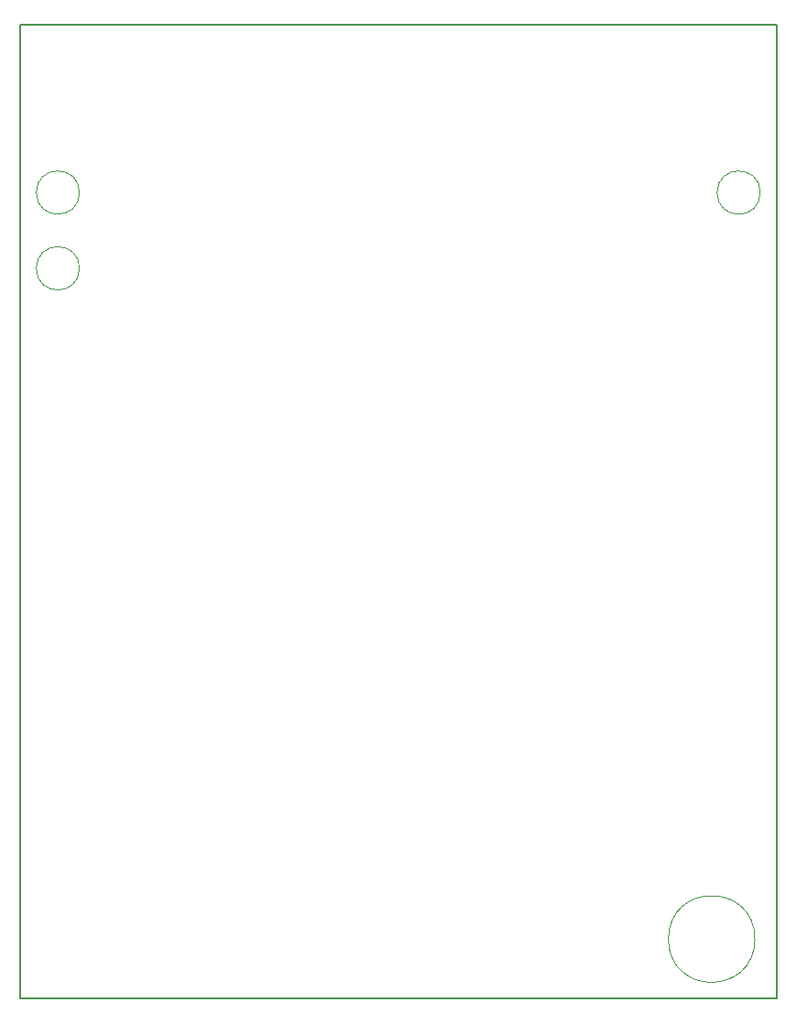
<source format=gbr>
%TF.GenerationSoftware,KiCad,Pcbnew,8.0.1*%
%TF.CreationDate,2024-04-03T17:19:41+02:00*%
%TF.ProjectId,shawazu-gb-dumper,73686177-617a-4752-9d67-622d64756d70,rev?*%
%TF.SameCoordinates,Original*%
%TF.FileFunction,Profile,NP*%
%FSLAX46Y46*%
G04 Gerber Fmt 4.6, Leading zero omitted, Abs format (unit mm)*
G04 Created by KiCad (PCBNEW 8.0.1) date 2024-04-03 17:19:41*
%MOMM*%
%LPD*%
G01*
G04 APERTURE LIST*
%TA.AperFunction,Profile*%
%ADD10C,0.050000*%
%TD*%
%TA.AperFunction,Profile*%
%ADD11C,0.200000*%
%TD*%
G04 APERTURE END LIST*
D10*
X110500000Y-40000000D02*
G75*
G02*
X106500000Y-40000000I-2000000J0D01*
G01*
X106500000Y-40000000D02*
G75*
G02*
X110500000Y-40000000I2000000J0D01*
G01*
D11*
X105000000Y-114500000D02*
X175000000Y-114500000D01*
X175000000Y-24500000D02*
X175000000Y-114500000D01*
D10*
X173000000Y-109000000D02*
G75*
G02*
X165000000Y-109000000I-4000000J0D01*
G01*
X165000000Y-109000000D02*
G75*
G02*
X173000000Y-109000000I4000000J0D01*
G01*
X173500000Y-40000000D02*
G75*
G02*
X169500000Y-40000000I-2000000J0D01*
G01*
X169500000Y-40000000D02*
G75*
G02*
X173500000Y-40000000I2000000J0D01*
G01*
D11*
X105000000Y-24500000D02*
X105000000Y-114500000D01*
D10*
X110500000Y-47000000D02*
G75*
G02*
X106500000Y-47000000I-2000000J0D01*
G01*
X106500000Y-47000000D02*
G75*
G02*
X110500000Y-47000000I2000000J0D01*
G01*
D11*
X105000000Y-24500000D02*
X175000000Y-24500000D01*
M02*

</source>
